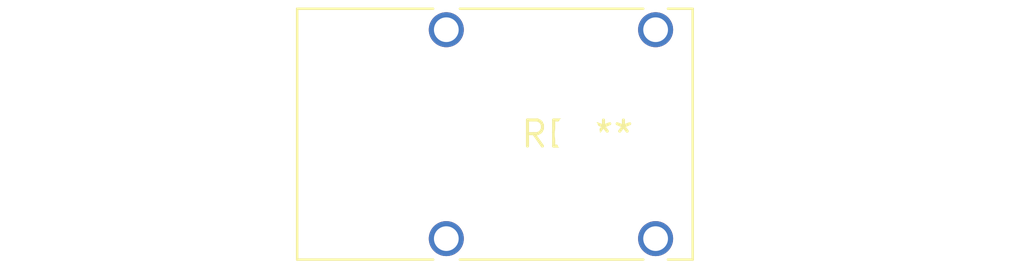
<source format=kicad_pcb>
(kicad_pcb (version 20240108) (generator pcbnew)
  (layers (0 "F.Cu" signal) (31 "B.Cu" signal) (34 "B.Paste" user) (35 "F.Paste" user) (36 "B.SilkS" user "B.Silkscreen") (37 "F.SilkS" user "F.Silkscreen") (38 "B.Mask" user) (39 "F.Mask" user) (44 "Edge.Cuts" user))
  (net 0 "")
  (footprint "Banana_Cliff_FCR7350L_S16N-PC_Horizontal" (layer "F.Cu") (at 0 0)
    (property "Reference" "REF**")
    (property "Value" "Banana_Cliff_FCR7350L_S16N-PC_Horizontal")
    (fp_line (start -13.6 -6.1) (end -13.6 6.1) (layer "F.SilkS") (stroke (width 0.12)))
    (fp_line (start -13.6 6.1) (end -7 6.1) (layer "F.SilkS") (stroke (width 0.12)))
    (fp_line (start -7 -6.1) (end -13.6 -6.1) (layer "F.SilkS") (stroke (width 0.12)))
    (fp_line (start -5.7 6.1) (end 3.2 6.1) (layer "F.SilkS") (stroke (width 0.12)))
    (fp_line (start 3.2 -6.1) (end -5.7 -6.1) (layer "F.SilkS") (stroke (width 0.12)))
    (fp_line (start 4.4 6.1) (end 5.6 6.1) (layer "F.SilkS") (stroke (width 0.12)))
    (fp_line (start 5.6 -6.1) (end 4.4 -6.1) (layer "F.SilkS") (stroke (width 0.12)))
    (fp_line (start 5.6 6.1) (end 5.6 -6.1) (layer "F.SilkS") (stroke (width 0.12)))
    (pad "" np_thru_hole circle (at -6.36 -5.08) (size 1.7 1.7) (drill 1.2) (layers F&B.Cu *.Mask))
    (pad "" np_thru_hole circle (at -6.36 5.08) (size 1.7 1.7) (drill 1.2) (layers F&B.Cu *.Mask))
    (pad "" np_thru_hole circle (at 3.8 -5.08) (size 1.7 1.7) (drill 1.2) (layers F&B.Cu *.Mask))
    (pad "" np_thru_hole circle (at 3.8 5.08) (size 1.7 1.7) (drill 1.2) (layers F&B.Cu *.Mask))
    (pad "1" thru_hole circle (at 0 0) (size 3.5 3.5) (drill 2.2) (layers *.Cu *.Mask) (remove_unused_layers))
  )
)
</source>
